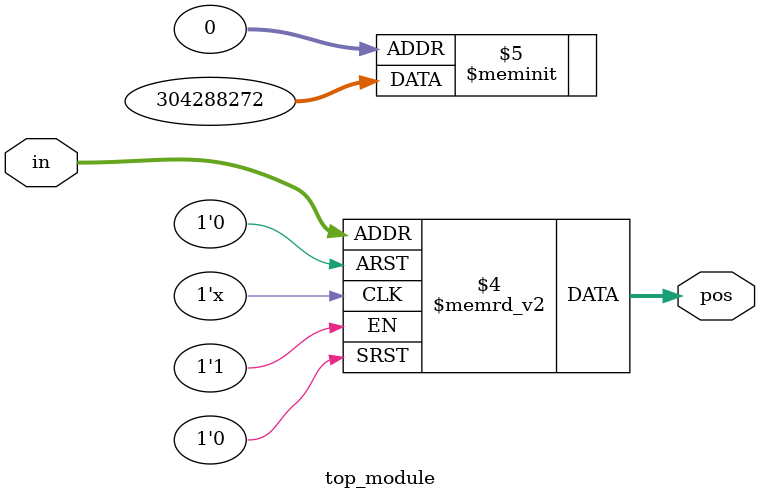
<source format=sv>
module top_module (
    input [3:0] in,
    output reg [1:0] pos
);

    always @(*) begin
        case (in)
            4'b0001: pos = 2'd0;
            4'b0010: pos = 2'd1;
            4'b0100: pos = 2'd2;
            4'b1000: pos = 2'd3;
            4'b0011: pos = 2'd0; // if multiple bits are high, take the position of the highest priority bit
            4'b0110: pos = 2'd1; // adjust priorities accordingly
            4'b1110: pos = 2'd1;
            4'b1101: pos = 2'd0;
            4'b1011: pos = 2'd0;
            4'b1111: pos = 2'd0;
            4'b1100: pos = 2'd2;
            4'b1010: pos = 2'd2;
            4'b0111: pos = 2'd0;
            4'b1111: pos = 2'd0;
            4'b1001: pos = 2'd0;
            default: pos = 2'd0; // default case to handle all inputs, including 0
        endcase
    end

endmodule

</source>
